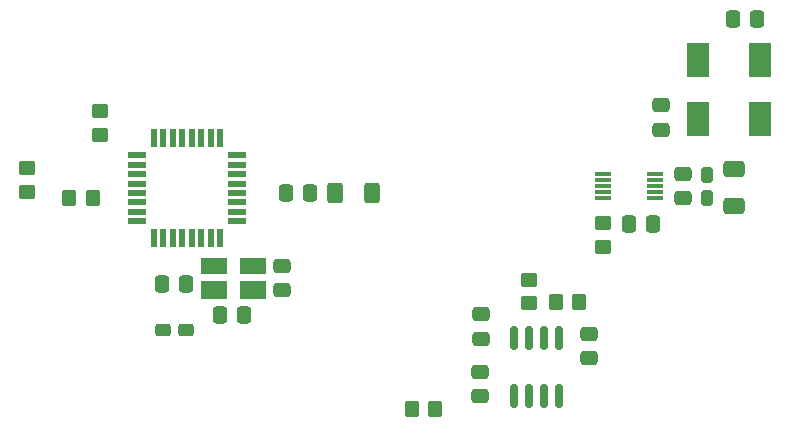
<source format=gtp>
%TF.GenerationSoftware,KiCad,Pcbnew,(6.0.1)*%
%TF.CreationDate,2022-03-15T16:21:16+01:00*%
%TF.ProjectId,SignalGenerator,5369676e-616c-4476-956e-657261746f72,0.3*%
%TF.SameCoordinates,Original*%
%TF.FileFunction,Paste,Top*%
%TF.FilePolarity,Positive*%
%FSLAX46Y46*%
G04 Gerber Fmt 4.6, Leading zero omitted, Abs format (unit mm)*
G04 Created by KiCad (PCBNEW (6.0.1)) date 2022-03-15 16:21:16*
%MOMM*%
%LPD*%
G01*
G04 APERTURE LIST*
G04 Aperture macros list*
%AMRoundRect*
0 Rectangle with rounded corners*
0 $1 Rounding radius*
0 $2 $3 $4 $5 $6 $7 $8 $9 X,Y pos of 4 corners*
0 Add a 4 corners polygon primitive as box body*
4,1,4,$2,$3,$4,$5,$6,$7,$8,$9,$2,$3,0*
0 Add four circle primitives for the rounded corners*
1,1,$1+$1,$2,$3*
1,1,$1+$1,$4,$5*
1,1,$1+$1,$6,$7*
1,1,$1+$1,$8,$9*
0 Add four rect primitives between the rounded corners*
20,1,$1+$1,$2,$3,$4,$5,0*
20,1,$1+$1,$4,$5,$6,$7,0*
20,1,$1+$1,$6,$7,$8,$9,0*
20,1,$1+$1,$8,$9,$2,$3,0*%
G04 Aperture macros list end*
%ADD10RoundRect,0.250000X-0.475000X0.337500X-0.475000X-0.337500X0.475000X-0.337500X0.475000X0.337500X0*%
%ADD11RoundRect,0.250000X-0.400000X-0.625000X0.400000X-0.625000X0.400000X0.625000X-0.400000X0.625000X0*%
%ADD12RoundRect,0.250000X0.337500X0.475000X-0.337500X0.475000X-0.337500X-0.475000X0.337500X-0.475000X0*%
%ADD13RoundRect,0.250000X0.475000X-0.337500X0.475000X0.337500X-0.475000X0.337500X-0.475000X-0.337500X0*%
%ADD14RoundRect,0.250000X0.275000X-0.400000X0.275000X0.400000X-0.275000X0.400000X-0.275000X-0.400000X0*%
%ADD15R,1.400000X0.300000*%
%ADD16RoundRect,0.250000X-0.337500X-0.475000X0.337500X-0.475000X0.337500X0.475000X-0.337500X0.475000X0*%
%ADD17RoundRect,0.250000X0.450000X-0.350000X0.450000X0.350000X-0.450000X0.350000X-0.450000X-0.350000X0*%
%ADD18RoundRect,0.250000X-0.350000X-0.450000X0.350000X-0.450000X0.350000X0.450000X-0.350000X0.450000X0*%
%ADD19R,1.980000X3.000000*%
%ADD20RoundRect,0.250000X0.400000X0.275000X-0.400000X0.275000X-0.400000X-0.275000X0.400000X-0.275000X0*%
%ADD21RoundRect,0.250000X0.650000X-0.412500X0.650000X0.412500X-0.650000X0.412500X-0.650000X-0.412500X0*%
%ADD22R,2.250000X1.500000*%
%ADD23R,2.250000X1.575000*%
%ADD24R,2.250000X1.450000*%
%ADD25R,0.550000X1.600000*%
%ADD26R,1.600000X0.550000*%
%ADD27RoundRect,0.250000X0.350000X0.450000X-0.350000X0.450000X-0.350000X-0.450000X0.350000X-0.450000X0*%
%ADD28RoundRect,0.250000X-0.450000X0.350000X-0.450000X-0.350000X0.450000X-0.350000X0.450000X0.350000X0*%
%ADD29RoundRect,0.150000X-0.150000X0.825000X-0.150000X-0.825000X0.150000X-0.825000X0.150000X0.825000X0*%
G04 APERTURE END LIST*
D10*
X179939160Y-95408819D03*
X179939160Y-97483819D03*
D11*
X150526920Y-96982377D03*
X153626920Y-96982377D03*
D12*
X148394420Y-97012377D03*
X146319420Y-97012377D03*
D13*
X162802255Y-114230244D03*
X162802255Y-112155244D03*
D10*
X178069160Y-89598819D03*
X178069160Y-91673819D03*
D14*
X181969160Y-97411319D03*
X181969160Y-95461319D03*
D12*
X177456660Y-99686319D03*
X175381660Y-99686319D03*
D15*
X177619160Y-97456319D03*
X177619160Y-96956319D03*
X177619160Y-96456319D03*
X177619160Y-95956319D03*
X177619160Y-95456319D03*
X173219160Y-95456319D03*
X173219160Y-95956319D03*
X173219160Y-96456319D03*
X173219160Y-96956319D03*
X173219160Y-97456319D03*
D16*
X140759420Y-107312377D03*
X142834420Y-107312377D03*
D17*
X130576920Y-92092377D03*
X130576920Y-90092377D03*
D18*
X169177255Y-106267744D03*
X171177255Y-106267744D03*
D19*
X186509160Y-85786319D03*
X181249160Y-85786319D03*
X181249160Y-90786319D03*
X186509160Y-90786319D03*
D17*
X166952255Y-106367744D03*
X166952255Y-104367744D03*
D18*
X157000000Y-115275000D03*
X159000000Y-115275000D03*
D20*
X137871920Y-108622377D03*
X135921920Y-108622377D03*
D10*
X146036920Y-103194877D03*
X146036920Y-105269877D03*
D17*
X173227495Y-101592504D03*
X173227495Y-99592504D03*
D21*
X184269160Y-98128819D03*
X184269160Y-95003819D03*
D22*
X140226920Y-105232377D03*
D23*
X143526920Y-105232377D03*
D24*
X143526920Y-103232377D03*
X140226920Y-103232377D03*
D12*
X137894420Y-104762377D03*
X135819420Y-104762377D03*
D10*
X172000000Y-108937500D03*
X172000000Y-111012500D03*
D16*
X184171660Y-82276319D03*
X186246660Y-82276319D03*
D25*
X135166920Y-100872377D03*
X135966920Y-100872377D03*
X136766920Y-100872377D03*
X137566920Y-100872377D03*
X138366920Y-100872377D03*
X139166920Y-100872377D03*
X139966920Y-100872377D03*
X140766920Y-100872377D03*
D26*
X142216920Y-99422377D03*
X142216920Y-98622377D03*
X142216920Y-97822377D03*
X142216920Y-97022377D03*
X142216920Y-96222377D03*
X142216920Y-95422377D03*
X142216920Y-94622377D03*
X142216920Y-93822377D03*
D25*
X140766920Y-92372377D03*
X139966920Y-92372377D03*
X139166920Y-92372377D03*
X138366920Y-92372377D03*
X137566920Y-92372377D03*
X136766920Y-92372377D03*
X135966920Y-92372377D03*
X135166920Y-92372377D03*
D26*
X133716920Y-93822377D03*
X133716920Y-94622377D03*
X133716920Y-95422377D03*
X133716920Y-96222377D03*
X133716920Y-97022377D03*
X133716920Y-97822377D03*
X133716920Y-98622377D03*
X133716920Y-99422377D03*
D27*
X130006920Y-97432377D03*
X128006920Y-97432377D03*
D28*
X124436920Y-94942377D03*
X124436920Y-96942377D03*
D13*
X162827255Y-109380244D03*
X162827255Y-107305244D03*
D29*
X169486255Y-109297744D03*
X168216255Y-109297744D03*
X166946255Y-109297744D03*
X165676255Y-109297744D03*
X165676255Y-114247744D03*
X166946255Y-114247744D03*
X168216255Y-114247744D03*
X169486255Y-114247744D03*
M02*

</source>
